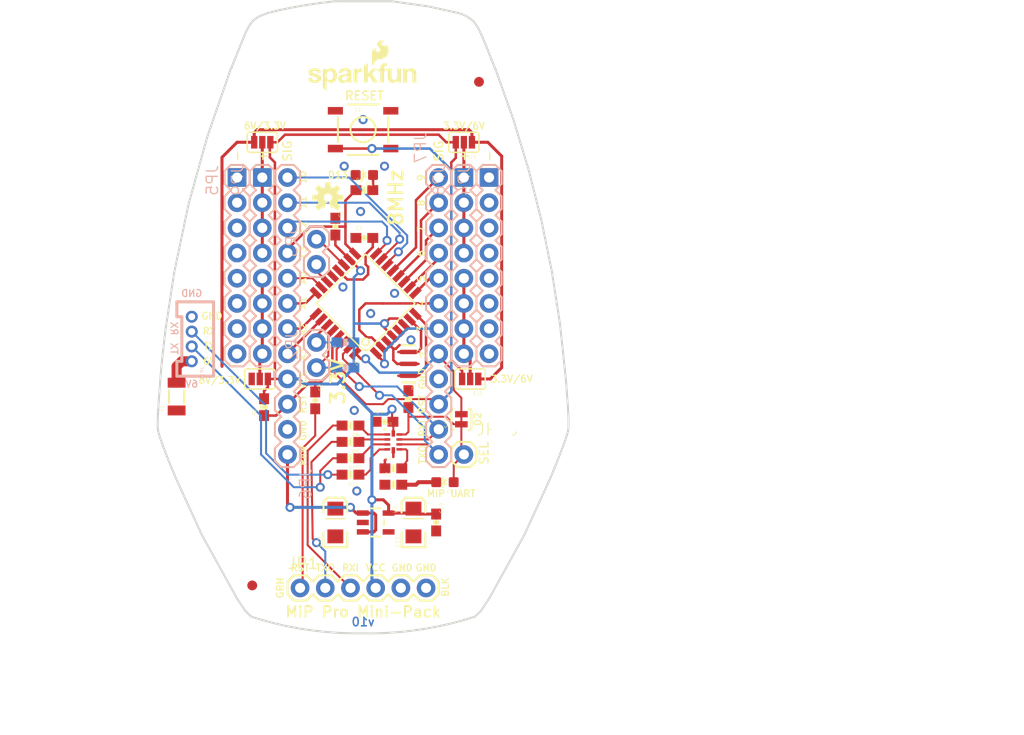
<source format=kicad_pcb>
(kicad_pcb (version 20211014) (generator pcbnew)
  (layers (0 "F.Cu" signal) (1 "In1.Cu" signal) (2 "In2.Cu" signal) (31 "B.Cu" signal) (34 "B.Paste" user) (35 "F.Paste" user) (36 "B.SilkS" user "B.Silkscreen") (37 "F.SilkS" user "F.Silkscreen") (38 "B.Mask" user) (39 "F.Mask" user) (44 "Edge.Cuts" user))
  (net 0 "")
  (net 1 "GND")
  (net 2 "AREF")
  (net 3 "RESET")
  (net 4 "SCK")
  (net 5 "MISO")
  (net 6 "MOSI")
  (net 7 "N$7")
  (net 8 "TXO")
  (net 9 "VCC")
  (net 10 "D9")
  (net 11 "D8")
  (net 12 "A5")
  (net 13 "A4")
  (net 14 "A3")
  (net 15 "A2")
  (net 16 "A1")
  (net 17 "A0")
  (net 18 "D2")
  (net 19 "D3")
  (net 20 "D4")
  (net 21 "D5")
  (net 22 "D6")
  (net 23 "D7")
  (net 24 "D10")
  (net 25 "N$1")
  (net 26 "N$4")
  (net 27 "DTR")
  (net 28 "RXI")
  (net 29 "A6")
  (net 30 "A7")
  (net 31 "N$5")
  (net 32 "N$2")
  (net 33 "N$3")
  (net 34 "N$6")
  (net 35 "VIN")
  (net 36 "SELECT")
  (net 37 "N$8")
  (net 38 "N$12")
  (net 39 "TXO_PROG")
  (net 40 "RXI_PROG")
  (net 41 "N$11")
  (net 42 "N$13")
  (net 43 "N$9")
  (net 44 "N$10")
  (net 45 "RXI_MIP")
  (net 46 "TXO_MIP")
  (net 47 "N$17")
  (footprint "boardEagle:TACTILE-SWITCH-SMD" (layer "F.Cu") (at 148.5001 86.0726)
    (fp_text reference "S1")
    (fp_text value "Reset")
  )
  (footprint "boardEagle:0603-RES" (layer "F.Cu") (at 147.2301 119.2196 180)
    (fp_text reference "R10")
    (fp_text value "1K")
  )
  (footprint "boardEagle:0603-RES" (layer "F.Cu") (at 138.5179 114.0634 90)
    (fp_text reference "R2")
    (fp_text value "10K")
  )
  (footprint "boardEagle:0603-RES" (layer "F.Cu") (at 151.5481 120.2356)
    (fp_text reference "R4")
    (fp_text value "10K")
  )
  (footprint "boardEagle:QFN-10-RSE" (layer "F.Cu") (at 151.5481 117.5686)
    (fp_text reference "U3")
    (fp_text value "TS3USB221A")
  )
  (footprint "boardEagle:LED-0603" (layer "F.Cu") (at 148.6271 90.6446 90)
    (fp_text reference "D3")
    (fp_text value "Green")
  )
  (footprint "boardEagle:RESONATOR-SMD" (layer "F.Cu") (at 153.0721 109.6946 -90)
    (fp_text reference "Q1")
    (fp_text value "8MHz")
  )
  (footprint "boardEagle:0603-RES" (layer "F.Cu") (at 147.2301 115.9176 180)
    (fp_text reference "R8")
    (fp_text value "1K")
  )
  (footprint "" (layer "F.Cu") (at 156.2725 77.1318)
    (fp_text reference "@HOLE1" hide)
    (fp_text value "")
  )
  (footprint "boardEagle:OSHW-LOGO-S" (layer "F.Cu") (at 144.9441 92.9306)
    (fp_text reference "LOGO2" hide)
    (fp_text value "OSHW-LOGOS" hide)
  )
  (footprint "boardEagle:EIA3216" (layer "F.Cu") (at 145.7061 125.6966 90)
    (fp_text reference "C19")
    (fp_text value "10uF")
  )
  (footprint "boardEagle:FIDUCIAL-1X2" (layer "F.Cu") (at 137.3241 132.0466)
    (fp_text reference "FID1" hide)
    (fp_text value "FIDUCIAL1X2" hide)
  )
  (footprint "" (layer "F.Cu") (at 132.9807 123.1058)
    (fp_text reference "@HOLE3" hide)
    (fp_text value "")
  )
  (footprint "boardEagle:PAD-JUMPER-3-2OF3_NC_BY_PASTE_YES_SILK_FULL_BOX" (layer "F.Cu") (at 138.0861 111.2186)
    (fp_text reference "SJ1")
    (fp_text value "")
  )
  (footprint "" (layer "F.Cu") (at 148.5001 75.6078)
    (fp_text reference "@HOLE0" hide)
    (fp_text value "")
  )
  (footprint "boardEagle:0603-RES" (layer "F.Cu") (at 153.0721 113.2506 -90)
    (fp_text reference "R5")
    (fp_text value "10K")
  )
  (footprint "" (layer "F.Cu") (at 134.2761 115.435)
    (fp_text reference "@HOLE5" hide)
    (fp_text value "")
  )
  (footprint "boardEagle:SOT23-5" (layer "F.Cu") (at 149.7701 125.6966 -90)
    (fp_text reference "U2")
    (fp_text value "MIC5205")
  )
  (footprint "boardEagle:0603-CAP" (layer "F.Cu") (at 150.6591 115.5366)
    (fp_text reference "C4")
    (fp_text value "0.1uF")
  )
  (footprint "boardEagle:1X01" (layer "F.Cu") (at 158.6601 118.8386)
    (fp_text reference "JP10")
    (fp_text value "M01PTH")
  )
  (footprint "boardEagle:0603-RES" (layer "F.Cu") (at 147.2301 120.8706 180)
    (fp_text reference "R11")
    (fp_text value "1K")
  )
  (footprint "boardEagle:FIDUCIAL-1X2" (layer "F.Cu") (at 160.1841 81.2466)
    (fp_text reference "FID2" hide)
    (fp_text value "FIDUCIAL1X2" hide)
  )
  (footprint "boardEagle:0603-CAP" (layer "F.Cu") (at 148.6271 96.9946)
    (fp_text reference "C1")
    (fp_text value "0.1uF")
  )
  (footprint "boardEagle:PAD-JUMPER-3-2OF3_NC_BY_PASTE_YES_SILK_FULL_BOX" (layer "F.Cu") (at 159.2951 111.2186 180)
    (fp_text reference "SJ2")
    (fp_text value "")
  )
  (footprint "" (layer "F.Cu") (at 162.7749 115.435)
    (fp_text reference "@HOLE2" hide)
    (fp_text value "")
  )
  (footprint "boardEagle:PAD-JUMPER-3-2OF3_NC_BY_PASTE_YES_SILK_FULL_BOX" (layer "F.Cu") (at 158.6601 87.3426 180)
    (fp_text reference "SJ4")
    (fp_text value "")
  )
  (footprint "boardEagle:LED-0603" (layer "F.Cu") (at 156.7551 121.6326 90)
    (fp_text reference "D4")
    (fp_text value "GREEN")
  )
  (footprint "boardEagle:0603-CAP" (layer "F.Cu") (at 143.6741 113.3776 -90)
    (fp_text reference "C2")
    (fp_text value "0.1uF")
  )
  (footprint "boardEagle:1X06" (layer "F.Cu") (at 142.1501 132.3006)
    (fp_text reference "JP1")
    (fp_text value "FTDI Basic")
  )
  (footprint "boardEagle:TQFP32-08" (layer "F.Cu") (at 148.7541 103.5986 135)
    (fp_text reference "U1")
    (fp_text value "ATMEGA328")
  )
  (footprint "boardEagle:0603-CAP" (layer "F.Cu") (at 155.8661 125.6966 -90)
    (fp_text reference "C10")
    (fp_text value "0.1uF")
  )
  (footprint "boardEagle:0603-RES" (layer "F.Cu") (at 151.5481 121.8866)
    (fp_text reference "R7")
    (fp_text value "1K")
  )
  (footprint "boardEagle:CREATIVE_COMMONS" (layer "F.Cu") (at 132.2187 146.6516)
    (fp_text reference "FRAME1" hide)
    (fp_text value "FRAME-LETTER" hide)
  )
  (footprint "boardEagle:PTC-1206" (layer "F.Cu") (at 129.7041 112.9966 90)
    (fp_text reference "F1")
    (fp_text value "PTCSMD")
  )
  (footprint "boardEagle:EIA3216" (layer "F.Cu") (at 153.5801 125.6966 90)
    (fp_text reference "C13")
    (fp_text value "10uF")
  )
  (footprint "boardEagle:SFE_LOGO_NAME_FLAME_.1" (layer "F.Cu") (at 142.5311 82.2626)
    (fp_text reference "LOGO1" hide)
    (fp_text value "SFE_LOGO_NAME_FLAME.1_INCH" hide)
  )
  (footprint "boardEagle:PAD-JUMPER-3-2OF3_NC_BY_PASTE_YES_SILK_FULL_BOX" (layer "F.Cu") (at 138.3401 87.3426)
    (fp_text reference "SJ3")
    (fp_text value "")
  )
  (footprint "boardEagle:0603-CAP" (layer "F.Cu") (at 145.7061 95.8516 -90)
    (fp_text reference "C3")
    (fp_text value "0.1uF")
  )
  (footprint "boardEagle:PAD-JUMPER-2-NC_BY_TRACE_YES_SILK" (layer "F.Cu") (at 158.4061 115.2826 90)
    (fp_text reference "SJ5")
    (fp_text value "D2 Jumper")
  )
  (footprint "boardEagle:0603-RES" (layer "F.Cu") (at 148.6271 92.1686)
    (fp_text reference "R6")
    (fp_text value "330")
  )
  (footprint "boardEagle:0603-RES" (layer "F.Cu") (at 147.2301 117.5686 180)
    (fp_text reference "R9")
    (fp_text value "1K")
  )
  (footprint "" (layer "F.Cu") (at 164.0195 123.1058)
    (fp_text reference "@HOLE4" hide)
    (fp_text value "")
  )
  (footprint "boardEagle:1X08" (layer "B.Cu") (at 161.2001 90.8986 -90)
    (fp_text reference "JP4")
    (fp_text value "")
  )
  (footprint "boardEagle:1X04-1.5MM_JST" (layer "B.Cu") (at 131.2281 109.4406 90)
    (fp_text reference "JP11")
    (fp_text value "")
  )
  (footprint "boardEagle:1X12" (layer "B.Cu") (at 140.8801 118.8386 90)
    (fp_text reference "JP6")
    (fp_text value "")
  )
  (footprint "boardEagle:1X08" (layer "B.Cu") (at 135.8001 90.8986 -90)
    (fp_text reference "JP5")
    (fp_text value "")
  )
  (footprint "boardEagle:0603-RES" (layer "B.Cu") (at 146.7221 110.0756)
    (fp_text reference "R3")
    (fp_text value "DNP")
  )
  (footprint "boardEagle:1X12" (layer "B.Cu") (at 156.1201 90.8986 -90)
    (fp_text reference "JP7")
    (fp_text value "")
  )
  (footprint "boardEagle:0603-RES" (layer "B.Cu") (at 146.7221 107.5356)
    (fp_text reference "R1")
    (fp_text value "DNP")
  )
  (footprint "boardEagle:1X02" (layer "B.Cu") (at 143.8011 97.1216 -90)
    (fp_text reference "JP3")
    (fp_text value "")
  )
  (footprint "boardEagle:1X08" (layer "B.Cu") (at 158.6601 90.8986 -90)
    (fp_text reference "JP8")
    (fp_text value "")
  )
  (footprint "boardEagle:1X08" (layer "B.Cu") (at 138.3401 90.8986 -90)
    (fp_text reference "JP9")
    (fp_text value "")
  )
  (footprint "boardEagle:1X02" (layer "B.Cu") (at 143.8011 107.5356 -90)
    (fp_text reference "JP2")
    (fp_text value "")
  )
  (gr_line (start 145.6311 136.8086) (end 146.3511 136.8486) (layer "Edge.Cuts") (width 0.2032))
  (gr_line (start 169.0511 116.8586) (end 169.1811 116.3886) (layer "Edge.Cuts") (width 0.2032))
  (gr_line (start 164.7511 126.9586) (end 167.3811 121.2186) (layer "Edge.Cuts") (width 0.2032))
  (gr_line (start 168.9111 110.9486) (end 168.3511 105.6786) (layer "Edge.Cuts") (width 0.2032))
  (gr_line (start 127.8011 116.1786) (end 127.8211 116.4186) (layer "Edge.Cuts") (width 0.2032))
  (gr_line (start 128.1011 110.7486) (end 128.0711 111.0986) (layer "Edge.Cuts") (width 0.2032))
  (gr_line (start 127.9911 117.0186) (end 128.3411 118.0186) (layer "Edge.Cuts") (width 0.2032))
  (gr_line (start 136.8211 75.9486) (end 136.5311 76.5886) (layer "Edge.Cuts") (width 0.2032))
  (gr_line (start 135.2511 79.7886) (end 135.2411 79.7986) (layer "Edge.Cuts") (width 0.2032))
  (gr_line (start 169.2111 115.5286) (end 169.1911 114.7786) (layer "Edge.Cuts") (width 0.2032))
  (gr_line (start 161.7911 79.8786) (end 161.7811 79.8586) (layer "Edge.Cuts") (width 0.2032))
  (gr_line (start 136.5311 76.5886) (end 135.2511 79.7686) (layer "Edge.Cuts") (width 0.2032))
  (gr_line (start 161.8511 79.9886) (end 161.8411 79.9786) (layer "Edge.Cuts") (width 0.2032))
  (gr_line (start 149.9411 136.8786) (end 150.6511 136.8486) (layer "Edge.Cuts") (width 0.2032))
  (gr_line (start 144.1111 73.2986) (end 142.6511 73.5186) (layer "Edge.Cuts") (width 0.2032))
  (gr_line (start 161.7611 79.7986) (end 161.7511 79.7886) (layer "Edge.Cuts") (width 0.2032))
  (gr_line (start 161.8011 79.8886) (end 161.7911 79.8786) (layer "Edge.Cuts") (width 0.2032))
  (gr_line (start 157.7411 135.7886) (end 158.4411 135.5986) (layer "Edge.Cuts") (width 0.2032))
  (gr_line (start 168.7011 117.8886) (end 168.9011 117.3186) (layer "Edge.Cuts") (width 0.2032))
  (gr_line (start 166.4811 95.2386) (end 165.1811 90.0986) (layer "Edge.Cuts") (width 0.2032))
  (gr_line (start 158.5711 74.4586) (end 158.1211 74.3086) (layer "Edge.Cuts") (width 0.2032))
  (gr_line (start 128.5611 106.4186) (end 128.2611 109.0386) (layer "Edge.Cuts") (width 0.2032))
  (gr_line (start 135.2511 79.7686) (end 135.2511 79.7886) (layer "Edge.Cuts") (width 0.2032))
  (gr_line (start 169.0211 112.2686) (end 168.9711 111.6286) (layer "Edge.Cuts") (width 0.2032))
  (gr_line (start 158.1211 74.3086) (end 155.0711 73.6386) (layer "Edge.Cuts") (width 0.2032))
  (gr_line (start 128.2611 109.0386) (end 128.2311 109.3786) (layer "Edge.Cuts") (width 0.2032))
  (gr_line (start 168.9711 111.6286) (end 168.9111 110.9486) (layer "Edge.Cuts") (width 0.2032))
  (gr_line (start 128.0711 111.0986) (end 127.9211 113.1486) (layer "Edge.Cuts") (width 0.2032))
  (gr_line (start 141.3611 136.2586) (end 142.0611 136.3886) (layer "Edge.Cuts") (width 0.2032))
  (gr_line (start 135.2211 79.8486) (end 135.2111 79.8586) (layer "Edge.Cuts") (width 0.2032))
  (gr_line (start 135.1511 79.9886) (end 135.1411 80.0086) (layer "Edge.Cuts") (width 0.2032))
  (gr_line (start 159.8111 135.1786) (end 160.3911 134.5986) (layer "Edge.Cuts") (width 0.2032))
  (gr_line (start 137.1911 135.1786) (end 137.8711 135.3986) (layer "Edge.Cuts") (width 0.2032))
  (gr_line (start 143.4811 136.5986) (end 144.2011 136.6786) (layer "Edge.Cuts") (width 0.2032))
  (gr_line (start 156.3511 136.1186) (end 157.0511 135.9586) (layer "Edge.Cuts") (width 0.2032))
  (gr_line (start 147.7811 136.8886) (end 148.5011 136.8786) (layer "Edge.Cuts") (width 0.2032))
  (gr_line (start 128.8811 119.4186) (end 129.6211 121.2186) (layer "Edge.Cuts") (width 0.2032))
  (gr_line (start 168.3511 118.8086) (end 168.7011 117.8886) (layer "Edge.Cuts") (width 0.2032))
  (gr_line (start 152.8011 136.6886) (end 153.5111 136.5986) (layer "Edge.Cuts") (width 0.2032))
  (gr_line (start 169.1811 116.3886) (end 169.2111 116.0486) (layer "Edge.Cuts") (width 0.2032))
  (gr_line (start 141.2911 73.7586) (end 140.0411 74.0186) (layer "Edge.Cuts") (width 0.2032))
  (gr_line (start 140.6511 136.1186) (end 141.3611 136.2586) (layer "Edge.Cuts") (width 0.2032))
  (gr_line (start 147.0611 136.8686) (end 147.7811 136.8886) (layer "Edge.Cuts") (width 0.2032))
  (gr_line (start 150.6511 136.8486) (end 151.3711 136.8086) (layer "Edge.Cuts") (width 0.2032))
  (gr_line (start 135.2311 79.8286) (end 135.2211 79.8486) (layer "Edge.Cuts") (width 0.2032))
  (gr_line (start 160.0311 75.6886) (end 159.6211 75.1186) (layer "Edge.Cuts") (width 0.2032))
  (gr_line (start 135.8011 133.3786) (end 136.6111 134.5986) (layer "Edge.Cuts") (width 0.2032))
  (gr_line (start 127.7911 115.8086) (end 127.8011 116.1786) (layer "Edge.Cuts") (width 0.2032))
  (gr_line (start 160.4711 76.5886) (end 160.0311 75.6886) (layer "Edge.Cuts") (width 0.2032))
  (gr_line (start 140.0411 74.0186) (end 138.8811 74.3086) (layer "Edge.Cuts") (width 0.2032))
  (gr_line (start 128.1611 110.0686) (end 128.1011 110.7486) (layer "Edge.Cuts") (width 0.2032))
  (gr_line (start 142.6511 73.5186) (end 141.2911 73.7586) (layer "Edge.Cuts") (width 0.2032))
  (gr_line (start 144.9111 136.7486) (end 145.6311 136.8086) (layer "Edge.Cuts") (width 0.2032))
  (gr_line (start 136.6111 134.5986) (end 137.1911 135.1786) (layer "Edge.Cuts") (width 0.2032))
  (gr_line (start 161.2011 133.3786) (end 164.7511 126.9586) (layer "Edge.Cuts") (width 0.2032))
  (gr_line (start 159.1311 135.3986) (end 159.8111 135.1786) (layer "Edge.Cuts") (width 0.2032))
  (gr_line (start 161.8111 79.9086) (end 161.8011 79.8886) (layer "Edge.Cuts") (width 0.2032))
  (gr_line (start 169.1611 114.3686) (end 169.1411 113.9086) (layer "Edge.Cuts") (width 0.2032))
  (gr_line (start 142.0611 136.3886) (end 142.7711 136.4986) (layer "Edge.Cuts") (width 0.2032))
  (gr_line (start 135.1911 79.9086) (end 135.1911 79.9186) (layer "Edge.Cuts") (width 0.2032))
  (gr_line (start 127.8211 114.7186) (end 127.7911 115.8086) (layer "Edge.Cuts") (width 0.2032))
  (gr_line (start 168.9011 117.3186) (end 169.0511 116.8586) (layer "Edge.Cuts") (width 0.2032))
  (gr_line (start 137.8711 135.3986) (end 138.5611 135.5986) (layer "Edge.Cuts") (width 0.2032))
  (gr_line (start 135.2411 79.7986) (end 135.2311 79.8186) (layer "Edge.Cuts") (width 0.2032))
  (gr_line (start 132.8111 86.7386) (end 130.9111 93.5686) (layer "Edge.Cuts") (width 0.2032))
  (gr_line (start 161.7511 79.7886) (end 161.7511 79.7686) (layer "Edge.Cuts") (width 0.2032))
  (gr_line (start 163.6411 85.0186) (end 161.8611 80.0086) (layer "Edge.Cuts") (width 0.2032))
  (gr_line (start 161.1211 78.1686) (end 160.8011 77.3786) (layer "Edge.Cuts") (width 0.2032))
  (gr_line (start 129.6211 121.2186) (end 132.2511 126.9586) (layer "Edge.Cuts") (width 0.2032))
  (gr_line (start 135.2111 79.8786) (end 135.2011 79.8886) (layer "Edge.Cuts") (width 0.2032))
  (gr_line (start 135.1711 79.9486) (end 135.1611 79.9586) (layer "Edge.Cuts") (width 0.2032))
  (gr_line (start 155.6411 136.2586) (end 156.3511 136.1186) (layer "Edge.Cuts") (width 0.2032))
  (gr_line (start 130.9111 93.5686) (end 129.4511 100.5086) (layer "Edge.Cuts") (width 0.2032))
  (gr_line (start 154.9411 136.3886) (end 155.6411 136.2586) (layer "Edge.Cuts") (width 0.2032))
  (gr_line (start 161.8111 79.9186) (end 161.8111 79.9086) (layer "Edge.Cuts") (width 0.2032))
  (gr_line (start 168.3511 105.6786) (end 167.5411 100.4386) (layer "Edge.Cuts") (width 0.2032))
  (gr_line (start 169.1411 113.9086) (end 169.1011 113.4086) (layer "Edge.Cuts") (width 0.2032))
  (gr_line (start 161.8611 80.0086) (end 161.8511 79.9886) (layer "Edge.Cuts") (width 0.2032))
  (gr_line (start 127.9211 113.1486) (end 127.8211 114.7186) (layer "Edge.Cuts") (width 0.2032))
  (gr_line (start 161.7811 79.8486) (end 161.7711 79.8286) (layer "Edge.Cuts") (width 0.2032))
  (gr_line (start 135.1611 79.9586) (end 135.1511 79.9786) (layer "Edge.Cuts") (width 0.2032))
  (gr_line (start 161.7711 79.8186) (end 161.7611 79.7986) (layer "Edge.Cuts") (width 0.2032))
  (gr_line (start 161.8311 79.9486) (end 161.8211 79.9286) (layer "Edge.Cuts") (width 0.2032))
  (gr_line (start 161.7511 79.7686) (end 161.4311 78.9686) (layer "Edge.Cuts") (width 0.2032))
  (gr_line (start 138.5611 135.5986) (end 139.2611 135.7886) (layer "Edge.Cuts") (width 0.2032))
  (gr_line (start 160.3911 134.5986) (end 161.2011 133.3786) (layer "Edge.Cuts") (width 0.2032))
  (gr_line (start 135.2011 79.8886) (end 135.1911 79.9086) (layer "Edge.Cuts") (width 0.2032))
  (gr_line (start 167.3811 121.2186) (end 167.9111 119.9186) (layer "Edge.Cuts") (width 0.2032))
  (gr_line (start 138.0311 74.6386) (end 137.6811 74.8586) (layer "Edge.Cuts") (width 0.2032))
  (gr_line (start 137.1111 75.4586) (end 136.8211 75.9486) (layer "Edge.Cuts") (width 0.2032))
  (gr_line (start 158.9711 74.6486) (end 158.5711 74.4586) (layer "Edge.Cuts") (width 0.2032))
  (gr_line (start 161.8211 79.9286) (end 161.8111 79.9186) (layer "Edge.Cuts") (width 0.2032))
  (gr_line (start 169.2111 116.0486) (end 169.2111 115.5286) (layer "Edge.Cuts") (width 0.2032))
  (gr_line (start 161.7711 79.8286) (end 161.7711 79.8186) (layer "Edge.Cuts") (width 0.2032))
  (gr_line (start 154.2311 136.4986) (end 154.9411 136.3886) (layer "Edge.Cuts") (width 0.2032))
  (gr_line (start 139.9511 135.9586) (end 140.6511 136.1186) (layer "Edge.Cuts") (width 0.2032))
  (gr_line (start 167.9111 119.9186) (end 168.3511 118.8086) (layer "Edge.Cuts") (width 0.2032))
  (gr_line (start 138.8811 74.3086) (end 138.0311 74.6386) (layer "Edge.Cuts") (width 0.2032))
  (gr_line (start 161.8411 79.9786) (end 161.8411 79.9586) (layer "Edge.Cuts") (width 0.2032))
  (gr_line (start 158.4411 135.5986) (end 159.1311 135.3986) (layer "Edge.Cuts") (width 0.2032))
  (gr_line (start 165.1811 90.0986) (end 163.6411 85.0186) (layer "Edge.Cuts") (width 0.2032))
  (gr_line (start 129.4511 100.5086) (end 128.5611 106.4186) (layer "Edge.Cuts") (width 0.2032))
  (gr_line (start 157.0511 135.9586) (end 157.7411 135.7886) (layer "Edge.Cuts") (width 0.2032))
  (gr_line (start 137.3911 75.1086) (end 137.1111 75.4586) (layer "Edge.Cuts") (width 0.2032))
  (gr_line (start 135.2311 79.8186) (end 135.2311 79.8286) (layer "Edge.Cuts") (width 0.2032))
  (gr_line (start 132.2511 126.9586) (end 135.8011 133.3786) (layer "Edge.Cuts") (width 0.2032))
  (gr_line (start 128.3411 118.0186) (end 128.8811 119.4186) (layer "Edge.Cuts") (width 0.2032))
  (gr_line (start 128.1911 109.7186) (end 128.1611 110.0686) (layer "Edge.Cuts") (width 0.2032))
  (gr_line (start 161.8411 79.9586) (end 161.8311 79.9486) (layer "Edge.Cuts") (width 0.2032))
  (gr_line (start 127.8211 116.4186) (end 127.9911 117.0186) (layer "Edge.Cuts") (width 0.2032))
  (gr_line (start 155.0711 73.6386) (end 151.3911 73.1186) (layer "Edge.Cuts") (width 0.2032))
  (gr_line (start 135.1811 79.9286) (end 135.1711 79.9486) (layer "Edge.Cuts") (width 0.2032))
  (gr_line (start 169.0611 112.8586) (end 169.0211 112.2686) (layer "Edge.Cuts") (width 0.2032))
  (gr_line (start 167.5411 100.4386) (end 166.4811 95.2386) (layer "Edge.Cuts") (width 0.2032))
  (gr_line (start 135.1511 79.9786) (end 135.1511 79.9886) (layer "Edge.Cuts") (width 0.2032))
  (gr_line (start 161.7811 79.8586) (end 161.7811 79.8486) (layer "Edge.Cuts") (width 0.2032))
  (gr_line (start 148.5011 136.8786) (end 149.2211 136.8886) (layer "Edge.Cuts") (width 0.2032))
  (gr_line (start 128.2311 109.3786) (end 128.1911 109.7186) (layer "Edge.Cuts") (width 0.2032))
  (gr_line (start 135.1911 79.9186) (end 135.1811 79.9286) (layer "Edge.Cuts") (width 0.2032))
  (gr_line (start 159.6211 75.1186) (end 158.9711 74.6486) (layer "Edge.Cuts") (width 0.2032))
  (gr_line (start 139.2611 135.7886) (end 139.9511 135.9586) (layer "Edge.Cuts") (width 0.2032))
  (gr_line (start 146.3511 136.8486) (end 147.0611 136.8686) (layer "Edge.Cuts") (width 0.2032))
  (gr_line (start 137.6811 74.8586) (end 137.3911 75.1086) (layer "Edge.Cuts") (width 0.2032))
  (gr_line (start 135.1411 80.0086) (end 132.8111 86.7386) (layer "Edge.Cuts") (width 0.2032))
  (gr_line (start 169.1911 114.7786) (end 169.1611 114.3686) (layer "Edge.Cuts") (width 0.2032))
  (gr_line (start 161.4311 78.9686) (end 161.1211 78.1686) (layer "Edge.Cuts") (width 0.2032))
  (gr_line (start 145.6611 73.1186) (end 144.1111 73.2986) (layer "Edge.Cuts") (width 0.2032))
  (gr_line (start 160.8011 77.3786) (end 160.4711 76.5886) (layer "Edge.Cuts") (width 0.2032))
  (gr_line (start 142.7711 136.4986) (end 143.4811 136.5986) (layer "Edge.Cuts") (width 0.2032))
  (gr_line (start 153.5111 136.5986) (end 154.2311 136.4986) (layer "Edge.Cuts") (width 0.2032))
  (gr_line (start 151.3711 136.8086) (end 152.0911 136.7586) (layer "Edge.Cuts") (width 0.2032))
  (gr_line (start 149.2211 136.8886) (end 149.9411 136.8786) (layer "Edge.Cuts") (width 0.2032))
  (gr_line (start 135.2111 79.8586) (end 135.2111 79.8786) (layer "Edge.Cuts") (width 0.2032))
  (gr_line (start 144.2011 136.6786) (end 144.9111 136.7486) (layer "Edge.Cuts") (width 0.2032))
  (gr_line (start 152.0911 136.7586) (end 152.8011 136.6886) (layer "Edge.Cuts") (width 0.2032))
  (gr_line (start 169.1011 113.4086) (end 169.0611 112.8586) (layer "Edge.Cuts") (width 0.2032))
  (gr_line (start 151.3911 73.1186) (end 145.6611 73.1186) (layer "Edge.Cuts") (width 0.2032))
  (gr_text "v10" (at 148.5001 135.7296) (layer "B.Cu") (effects (font (size 0.8636 0.8636) (thickness 0.1524)) (justify mirror)))
  (gr_text "6V" (at 131.2281 111.7266) (layer "B.SilkS") (effects (font (size 0.69088 0.69088) (thickness 0.12192)) (justify mirror)))
  (gr_text "TX" (at 129.4501 108.1706 -90) (layer "B.SilkS") (effects (font (size 0.69088 0.69088) (thickness 0.12192)) (justify mirror)))
  (gr_text "GND" (at 131.2281 102.5826) (layer "B.SilkS") (effects (font (size 0.69088 0.69088) (thickness 0.12192)) (justify mirror)))
  (gr_text "RX" (at 129.4501 106.1386 -90) (layer "B.SilkS") (effects (font (size 0.69088 0.69088) (thickness 0.12192)) (justify mirror)))
  (gr_text "VCC" (at 149.7701 130.2686) (layer "F.SilkS") (effects (font (size 0.69088 0.69088) (thickness 0.12192))))
  (gr_text "A1" (at 142.0231 102.8366 90) (layer "F.SilkS") (effects (font (size 0.69088 0.69088) (thickness 0.12192)) (justify right top)))
  (gr_text "TXO" (at 144.6901 130.2686) (layer "F.SilkS") (effects (font (size 0.69088 0.69088) (thickness 0.12192))))
  (gr_text "RXI" (at 154.0881 115.2826 90) (layer "F.SilkS") (effects (font (size 0.69088 0.69088) (thickness 0.12192)) (justify right top)))
  (gr_text "7" (at 153.9611 95.7246 90) (layer "F.SilkS") (effects (font (size 0.69088 0.69088) (thickness 0.12192)) (justify right top)))
  (gr_text "6V" (at 133.0061 109.4406) (layer "F.SilkS") (effects (font (size 0.69088 0.69088) (thickness 0.12192))))
  (gr_text "GND" (at 152.4371 130.2686) (layer "F.SilkS") (effects (font (size 0.69088 0.69088) (thickness 0.12192))))
  (gr_text "RXI" (at 147.2301 130.2686) (layer "F.SilkS") (effects (font (size 0.69088 0.69088) (thickness 0.12192))))
  (gr_text "RX" (at 133.0061 106.3926) (layer "F.SilkS") (effects (font (size 0.69088 0.69088) (thickness 0.12192))))
  (gr_text "SIG" (at 140.8801 89.3746 90) (layer "F.SilkS") (effects (font (size 0.87376 0.87376) (thickness 0.14224)) (justify left)))
  (gr_text "10" (at 142.0231 90.1366 90) (layer "F.SilkS") (effects (font (size 0.69088 0.69088) (thickness 0.12192)) (justify right top)))
  (gr_text "GND" (at 142.0231 115.2826 90) (layer "F.SilkS") (effects (font (size 0.69088 0.69088) (thickness 0.12192)) (justify right top)))
  (gr_text "2" (at 154.2405 108.4246 90) (layer "F.SilkS") (effects (font (size 0.69088 0.69088) (thickness 0.12192)) (justify right top)))
  (gr_text "3.3V/6V" (at 163.4861 111.2186) (layer "F.SilkS") (effects (font (size 0.69088 0.69088) (thickness 0.12192))))
  (gr_text "SIG" (at 156.1201 89.3746 90) (layer "F.SilkS") (effects (font (size 0.87376 0.87376) (thickness 0.14224)) (justify left)))
  (gr_text "VCC" (at 142.0231 110.2026 90) (layer "F.SilkS") (effects (font (size 0.69088 0.69088) (thickness 0.12192)) (justify right top)))
  (gr_text "MiP UART" (at 157.3901 122.7756) (layer "F.SilkS") (effects (font (size 0.69088 0.69088) (thickness 0.12192))))
  (gr_text "GRN" (at 139.7371 131.1576 90) (layer "F.SilkS") (effects (font (size 0.69088 0.69088) (thickness 0.12192)) (justify right top)))
  (gr_text "D13" (at 145.9601 90.6446) (layer "F.SilkS") (effects (font (size 0.69088 0.69088) (thickness 0.12192))))
  (gr_text "TXO" (at 154.0881 117.8226 90) (layer "F.SilkS") (effects (font (size 0.69088 0.69088) (thickness 0.12192)) (justify right top)))
  (gr_text "3.3V/6V" (at 158.6601 85.6916) (layer "F.SilkS") (effects (font (size 0.69088 0.69088) (thickness 0.12192))))
  (gr_text "6" (at 153.9611 98.1376 90) (layer "F.SilkS") (effects (font (size 0.69088 0.69088) (thickness 0.12192)) (justify right top)))
  (gr_text "RAW" (at 142.0231 117.8226 90) (layer "F.SilkS") (effects (font (size 0.69088 0.69088) (thickness 0.12192)) (justify right top)))
  (gr_text "BLK" (at 156.3741 131.1576 90) (layer "F.SilkS") (effects (font (size 0.69088 0.69088) (thickness 0.12192)) (justify right top)))
  (gr_text "9" (at 153.9611 90.5176 90) (layer "F.SilkS") (effects (font (size 0.69088 0.69088) (thickness 0.12192)) (justify right top)))
  (gr_text "RST" (at 154.0881 112.7426 90) (layer "F.SilkS") (effects (font (size 0.69088 0.69088) (thickness 0.12192)) (justify right top)))
  (gr_text "4" (at 153.9611 103.2176 90) (layer "F.SilkS") (effects (font (size 0.69088 0.69088) (thickness 0.12192)) (justify right top)))
  (gr_text "TX" (at 133.0061 107.9166) (layer "F.SilkS") (effects (font (size 0.69088 0.69088) (thickness 0.12192))))
  (gr_text "-" (at 135.8001 89.3746 90) (layer "F.SilkS") (effects (font (size 0.87376 0.87376) (thickness 0.14224)) (justify left)))
  (gr_text "GND" (at 154.8501 130.2686) (layer "F.SilkS") (effects (font (size 0.69088 0.69088) (thickness 0.12192))))
  (gr_text "6V/3.3V" (at 138.5941 85.6916) (layer "F.SilkS") (effects (font (size 0.69088 0.69088) (thickness 0.12192))))
  (gr_text "A3" (at 142.0231 108.0436 90) (layer "F.SilkS") (effects (font (size 0.69088 0.69088) (thickness 0.12192)) (justify right top)))
  (gr_text "RST" (at 142.0231 112.7426 90) (layer "F.SilkS") (effects (font (size 0.69088 0.69088) (thickness 0.12192)) (justify right top)))
  (gr_text "13" (at 142.0231 97.7566 90) (layer "F.SilkS") (effects (font (size 0.69088 0.69088) (thickness 0.12192)) (justify right top)))
  (gr_text "RESET" (at 148.6271 82.6436) (layer "F.SilkS") (effects (font (size 0.8636 0.8636) (thickness 0.1524))))
  (gr_text "GND" (at 133.2601 104.8686) (layer "F.SilkS") (effects (font (size 0.69088 0.69088) (thickness 0.12192))))
  (gr_text "5" (at 153.9611 100.6776 90) (layer "F.SilkS") (effects (font (size 0.69088 0.69088) (thickness 0.12192)) (justify right top)))
  (gr_text "SEL" (at 160.6921 118.7116 90) (layer "F.SilkS") (effects (font (size 0.8636 0.8636) (thickness 0.1524))))
  (gr_text "A2" (at 142.0231 105.5036 90) (layer "F.SilkS") (effects (font (size 0.69088 0.69088) (thickness 0.12192)) (justify right top)))
  (gr_text "3.3V" (at 145.9601 111.4726 90) (layer "F.SilkS") (effects (font (size 1.42494 1.42494) (thickness 0.25146))))
  (gr_text "12" (at 142.0231 95.2166 90) (layer "F.SilkS") (effects (font (size 0.69088 0.69088) (thickness 0.12192)) (justify right top)))
  (gr_text "GND" (at 154.0881 110.0756 90) (layer "F.SilkS") (effects (font (size 0.69088 0.69088) (thickness 0.12192)) (justify right top)))
  (gr_text "11" (at 142.0231 92.6766 90) (layer "F.SilkS") (effects (font (size 0.69088 0.69088) (thickness 0.12192)) (justify right top)))
  (gr_text "A0" (at 142.0231 100.2966 90) (layer "F.SilkS") (effects (font (size 0.69088 0.69088) (thickness 0.12192)) (justify right top)))
  (gr_text "RST" (at 142.1501 130.2686) (layer "F.SilkS") (effects (font (size 0.69088 0.69088) (thickness 0.12192))))
  (gr_text "+" (at 158.6601 89.3746 90) (layer "F.SilkS") (effects (font (size 0.87376 0.87376) (thickness 0.14224)) (justify left)))
  (gr_text "3" (at 153.9103 105.7576 90) (layer "F.SilkS") (effects (font (size 0.69088 0.69088) (thickness 0.12192)) (justify right top)))
  (gr_text "8" (at 153.9611 93.0576 90) (layer "F.SilkS") (effects (font (size 0.69088 0.69088) (thickness 0.12192)) (justify right top)))
  (gr_text "D2" (at 160.0571 115.2826 90) (layer "F.SilkS") (effects (font (size 0.69088 0.69088) (thickness 0.12192))))
  (gr_text "8MHz" (at 151.8021 92.9306 90) (layer "F.SilkS") (effects (font (size 1.42494 1.42494) (thickness 0.25146))))
  (gr_text "+" (at 138.3401 89.3746 90) (layer "F.SilkS") (effects (font (size 0.87376 0.87376) (thickness 0.14224)) (justify left)))
  (gr_text "-" (at 161.2001 89.3746 90) (layer "F.SilkS") (effects (font (size 0.87376 0.87376) (thickness 0.14224)) (justify left)))
  (gr_text "6V/3.3V" (at 134.0221 111.3456) (layer "F.SilkS") (effects (font (size 0.69088 0.69088) (thickness 0.12192))))
  (gr_text "MiP Pro Mini-Pack" (at 148.5001 134.7136) (layer "F.SilkS") (effects (font (size 1.0795 1.0795) (thickness 0.1905))))
  (segment (start 150.940896 107.482457) (end 150.940896 107.563397) (width 0.254) (layer "F.Cu") (net 1))
  (segment (start 150.6981 120.2356) (end 150.6981 119.4346) (width 0.254) (layer "F.Cu") (net 1))
  (segment (start 150.6981 119.4346) (end 150.7861 119.3466) (width 0.254) (layer "F.Cu") (net 1))
  (segment (start 151.9291 109.6946) (end 151.5481 109.3136) (width 0.254) (layer "F.Cu") (net 1))
  (segment (start 151.8021 108.1706) (end 152.1831 107.7896) (width 0.254) (layer "F.Cu") (net 1))
  (segment (start 151.5481 108.1706) (end 151.8021 108.1706) (width 0.254) (layer "F.Cu") (net 1))
  (segment (start 152.0561 109.6946) (end 151.9291 109.6946) (width 0.254) (layer "F.Cu") (net 1))
  (segment (start 150.940896 107.563397) (end 151.5481 108.1706) (width 0.254) (layer "F.Cu") (net 1))
  (segment (start 151.5481 118.4186) (end 151.5481 119.0926) (width 0.254) (layer "F.Cu") (net 1))
  (segment (start 151.5481 109.3136) (end 151.5481 108.1706) (width 0.254) (layer "F.Cu") (net 1))
  (via (at 148.5001 85.0566) (size 0.9144) (drill 0.508) (layers "F.Cu" "B.Cu") (net 1))
  (via (at 148.2461 94.3276) (size 0.9144) (drill 0.508) (layers "F.Cu" "B.Cu") (net 1))
  (via (at 146.5951 89.7556) (size 0.9144) (drill 0.508) (layers "F.Cu" "B.Cu") (net 1))
  (via (at 151.6751 102.5826) (size 0.9144) (drill 0.508) (layers "F.Cu" "B.Cu") (net 1))
  (via (at 147.6111 114.3936) (size 0.9144) (drill 0.508) (layers "F.Cu" "B.Cu") (net 1))
  (via (at 146.4681 101.9476) (size 0.9144) (drill 0.508) (layers "F.Cu" "B.Cu") (net 1))
  (via (at 149.2621 104.6146) (size 0.9144) (drill 0.508) (layers "F.Cu" "B.Cu") (net 1))
  (via (at 147.8651 122.5216) (size 0.9144) (drill 0.508) (layers "F.Cu" "B.Cu") (net 1))
  (via (at 153.3261 107.2816) (size 0.9144) (drill 0.508) (layers "F.Cu" "B.Cu") (net 1))
  (via (at 150.6591 89.7556) (size 0.9144) (drill 0.508) (layers "F.Cu" "B.Cu") (net 1))
  (segment (start 149.4771 97.9226) (end 148.7541 98.6456) (width 0.254) (layer "F.Cu") (net 2))
  (segment (start 148.7541 98.6456) (end 148.7541 99.6616) (width 0.254) (layer "F.Cu") (net 2))
  (segment (start 148.5001 101.1856) (end 146.906784 101.1856) (width 0.254) (layer "F.Cu") (net 2))
  (segment (start 148.7541 99.6616) (end 149.0081 99.9156) (width 0.254) (layer "F.Cu") (net 2))
  (segment (start 146.906784 101.1856) (end 146.001615 100.280432) (width 0.254) (layer "F.Cu") (net 2))
  (segment (start 149.0081 99.9156) (end 149.0081 100.6776) (width 0.254) (layer "F.Cu") (net 2))
  (segment (start 149.0081 100.6776) (end 148.5001 101.1856) (width 0.254) (layer "F.Cu") (net 2))
  (segment (start 145.943928 100.280429) (end 146.001615 100.280432) (width 0.254) (layer "F.Cu") (net 2))
  (segment (start 149.4771 96.9946) (end 149.4771 97.9226) (width 0.254) (layer "F.Cu") (net 2))
  (segment (start 143.6741 112.5276) (end 143.6741 111.5996) (width 0.254) (layer "F.Cu") (net 3))
  (segment (start 145.4013 107.517088) (end 145.4013 110.3804) (width 0.254) (layer "F.Cu") (net 3))
  (segment (start 146.001615 106.916772) (end 145.4013 107.517088) (width 0.254) (layer "F.Cu") (net 3))
  (segment (start 144.1821 111.5996) (end 143.6741 111.5996) (width 0.254) (layer "F.Cu") (net 3))
  (segment (start 150.5321 113.7586) (end 148.7795 113.7586) (width 0.2032) (layer "F.Cu") (net 3))
  (segment (start 143.6741 111.5996) (end 143.0391 111.5996) (width 0.254) (layer "F.Cu") (net 3))
  (segment (start 148.7795 113.7586) (end 145.4013 110.3804) (width 0.2032) (layer "F.Cu") (net 3))
  (segment (start 151.0401 113.2506) (end 150.5321 113.7586) (width 0.2032) (layer "F.Cu") (net 3))
  (segment (start 156.1201 113.7586) (end 155.6121 113.2506) (width 0.2032) (layer "F.Cu") (net 3))
  (segment (start 140.8801 113.7586) (end 139.7253 114.9134) (width 0.254) (layer "F.Cu") (net 3))
  (segment (start 139.7253 114.9134) (end 138.5179 114.9134) (width 0.254) (layer "F.Cu") (net 3))
  (segment (start 145.4013 110.3804) (end 144.1821 111.5996) (width 0.254) (layer "F.Cu") (net 3))
  (segment (start 149.3891 87.9776) (end 151.2941 87.9776) (width 0.254) (layer "F.Cu") (net 3))
  (segment (start 155.6121 113.2506) (end 151.0401 113.2506) (width 0.2032) (layer "F.Cu") (net 3))
  (segment (start 145.7061 87.9776) (end 149.3891 87.9776) (width 0.254) (layer "F.Cu") (net 3))
  (segment (start 143.0391 111.5996) (end 140.8801 113.7586) (width 0.254) (layer "F.Cu") (net 3))
  (via (at 149.3891 87.9776) (size 0.9144) (drill 0.508) (layers "F.Cu" "B.Cu") (net 3))
  (segment (start 157.3901 112.4886) (end 156.1201 113.7586) (width 0.254) (layer "B.Cu") (net 3))
  (segment (start 157.3901 90.1366) (end 157.3901 112.4886) (width 0.254) (layer "B.Cu") (net 3))
  (segment (start 149.3891 87.9776) (end 155.2311 87.9776) (width 0.254) (layer "B.Cu") (net 3))
  (segment (start 155.2311 87.9776) (end 157.3901 90.1366) (width 0.254) (layer "B.Cu") (net 3))
  (segment (start 146.7221 95.8516) (end 146.7221 97.606797) (width 0.254) (layer "F.Cu") (net 4))
  (segment (start 146.7221 97.606797) (end 147.698671 98.583375) (width 0.254) (layer "F.Cu") (net 4))
  (segment (start 140.8801 98.5186) (end 140.8801 98.1376) (width 0.254) (layer "F.Cu") (net 4))
  (segment (start 146.7221 93.2236) (end 146.7221 95.8516) (width 0.254) (layer "F.Cu") (net 4))
  (segment (start 143.1661 95.8516) (end 146.7221 95.8516) (width 0.254) (layer "F.Cu") (net 4))
  (segment (start 147.7771 92.1686) (end 146.7221 93.2236) (width 0.254) (layer "F.Cu") (net 4))
  (segment (start 140.8801 98.1376) (end 143.1661 95.8516) (width 0.254) (layer "F.Cu") (net 4))
  (segment (start 149.6431 98.543944) (end 149.6431 98.5186) (width 0.2032) (layer "F.Cu") (net 5))
  (segment (start 150.9131 97.2486) (end 150.9131 97.4798) (width 0.2032) (layer "F.Cu") (net 5))
  (segment (start 149.809525 98.583375) (end 149.682531 98.583375) (width 0.254) (layer "F.Cu") (net 5))
  (segment (start 149.682531 98.583375) (end 149.6431 98.543944) (width 0.254) (layer "F.Cu") (net 5))
  (segment (start 150.9131 97.4798) (end 149.809525 98.583375) (width 0.2032) (layer "F.Cu") (net 5))
  (via (at 150.9131 97.2486) (size 0.9144) (drill 0.508) (layers "F.Cu" "B.Cu") (net 5))
  (segment (start 150.9131 95.8516) (end 150.4051 95.3436) (width 0.2032) (layer "B.Cu") (net 5))
  (segment (start 141.5151 95.3436) (end 140.8801 95.9786) (width 0.2032) (layer "B.Cu") (net 5))
  (segment (start 150.9131 97.2486) (end 150.9131 95.8516) (width 0.2032) (layer "B.Cu") (net 5))
  (segment (start 150.4051 95.3436) (end 141.5151 95.3436) (width 0.2032) (layer "B.Cu") (net 5))
  (segment (start 152.1831 97.2486) (end 152.1831 97.1216) (width 0.2032) (layer "F.Cu") (net 6))
  (segment (start 150.375215 99.056485) (end 152.1831 97.2486) (width 0.2032) (layer "F.Cu") (net 6))
  (segment (start 150.375215 99.056485) (end 150.375212 99.149063) (width 0.2032) (layer "F.Cu") (net 6))
  (via (at 152.1831 97.1216) (size 0.9144) (drill 0.508) (layers "F.Cu" "B.Cu") (net 6))
  (segment (start 152.1831 96.4866) (end 149.1351 93.4386) (width 0.2032) (layer "B.Cu") (net 6))
  (segment (start 152.1831 97.1216) (end 152.1831 96.4866) (width 0.2032) (layer "B.Cu") (net 6))
  (segment (start 140.8801 93.4386) (end 149.1351 93.4386) (width 0.2032) (layer "B.Cu") (net 6))
  (segment (start 149.5041 92.1416) (end 149.4771 92.1686) (width 0.254) (layer "F.Cu") (net 7))
  (segment (start 149.5041 90.6446) (end 149.5041 92.1416) (width 0.254) (layer "F.Cu") (net 7))
  (segment (start 152.1481 117.8186) (end 155.1001 117.8186) (width 0.2032) (layer "F.Cu") (net 8))
  (segment (start 147.132984 108.048141) (end 146.4681 108.713025) (width 0.2032) (layer "F.Cu") (net 8))
  (segment (start 146.4681 108.713025) (end 146.4681 109.1866) (width 0.2032) (layer "F.Cu") (net 8))
  (segment (start 146.4681 109.1866) (end 150.1511 112.8696) (width 0.2032) (layer "F.Cu") (net 8))
  (segment (start 155.1001 117.8186) (end 156.1201 118.8386) (width 0.2032) (layer "F.Cu") (net 8))
  (via (at 150.1511 112.8696) (size 0.9144) (drill 0.508) (layers "F.Cu" "B.Cu") (net 8))
  (segment (start 151.4211 112.8696) (end 150.1511 112.8696) (width 0.2032) (layer "B.Cu") (net 8))
  (segment (start 156.1201 118.8386) (end 154.7231 117.4416) (width 0.2032) (layer "B.Cu") (net 8))
  (segment (start 154.7231 117.4416) (end 154.7231 116.1716) (width 0.2032) (layer "B.Cu") (net 8))
  (segment (start 154.7231 116.1716) (end 151.4211 112.8696) (width 0.2032) (layer "B.Cu") (net 8))
  (segment (start 151.0702 123.9487) (end 150.5321 123.4106) (width 0.3048) (layer "F.Cu") (net 9))
  (segment (start 158.4823 110.4058) (end 158.4823 111.2186) (width 0.254) (layer "F.Cu") (net 9))
  (segment (start 140.6261 86.5806) (end 156.1201 86.5806) (width 0.254) (layer "F.Cu") (net 9))
  (segment (start 157.3901 109.3136) (end 158.4823 110.4058) (width 0.254) (layer "F.Cu") (net 9))
  (segment (start 151.5091 115.5366) (end 151.4211 115.4486) (width 0.2032) (layer "F.Cu") (net 9))
  (segment (start 145.7061 97.722172) (end 145.7061 96.7016) (width 0.254) (layer "F.Cu") (net 9))
  (segment (start 139.1021 88.8666) (end 139.1021 87.3426) (width 0.254) (layer "F.Cu") (net 9))
  (segment (start 157.8473 87.3426) (end 157.8473 88.9174) (width 0.254) (layer "F.Cu") (net 9))
  (segment (start 151.1671 105.1226) (end 150.6591 105.6306) (width 0.254) (layer "F.Cu") (net 9))
  (segment (start 156.1201 86.5806) (end 156.8821 87.3426) (width 0.254) (layer "F.Cu") (net 9))
  (segment (start 151.975153 105.1226) (end 151.1671 105.1226) (width 0.254) (layer "F.Cu") (net 9))
  (segment (start 152.637953 105.7854) (end 151.975153 105.1226) (width 0.254) (layer "F.Cu") (net 9))
  (segment (start 151.5481 116.7186) (end 151.5481 115.5756) (width 0.2032) (layer "F.Cu") (net 9))
  (segment (start 153.1301 124.7466) (end 153.5801 124.2966) (width 0.3048) (layer "F.Cu") (net 9))
  (segment (start 151.5481 115.5756) (end 151.5091 115.5366) (width 0.2032) (layer "F.Cu") (net 9))
  (segment (start 139.6101 111.2186) (end 140.8801 111.2186) (width 0.254) (layer "F.Cu") (net 9))
  (segment (start 139.1021 88.8666) (end 139.6101 89.3746) (width 0.254) (layer "F.Cu") (net 9))
  (segment (start 151.0702 124.7466) (end 153.1301 124.7466) (width 0.3048) (layer "F.Cu") (net 9))
  (segment (start 147.132984 99.149063) (end 145.7061 97.722172) (width 0.254) (layer "F.Cu") (net 9))
  (segment (start 150.6591 106.069291) (end 150.6591 105.6306) (width 0.254) (layer "F.Cu") (net 9))
  (segment (start 155.8661 124.8466) (end 154.1301 124.8466) (width 0.3048) (layer "F.Cu") (net 9))
  (segment (start 148.2461 100.262172) (end 148.2461 100.2966) (width 0.254) (layer "F.Cu") (net 9))
  (segment (start 154.1301 124.8466) (end 153.5801 124.2966) (width 0.3048) (layer "F.Cu") (net 9))
  (segment (start 150.5321 123.4106) (end 149.3891 123.4106) (width 0.3048) (layer "F.Cu") (net 9))
  (segment (start 157.3901 89.3746) (end 157.3901 109.3136) (width 0.254) (layer "F.Cu") (net 9))
  (segment (start 151.506581 106.916772) (end 150.6591 106.069291) (width 0.254) (layer "F.Cu") (net 9))
  (segment (start 139.1529 87.3426) (end 139.8641 87.3426) (width 0.254) (layer "F.Cu") (net 9))
  (segment (start 138.8989 112.0568) (end 138.5179 112.4378) (width 0.254) (layer "F.Cu") (net 9))
  (segment (start 139.8641 87.3426) (end 140.6261 86.5806) (width 0.254) (layer "F.Cu") (net 9))
  (segment (start 138.5179 112.4378) (end 138.5179 113.2134) (width 0.254) (layer "F.Cu") (net 9))
  (segment (start 151.0702 124.7466) (end 151.0702 123.9487) (width 0.3048) (layer "F.Cu") (net 9))
  (segment (start 151.4211 115.4486) (end 151.4211 114.2666) (width 0.2032) (layer "F.Cu") (net 9))
  (segment (start 139.1529 87.3426) (end 139.1021 87.3426) (width 0.254) (layer "F.Cu") (net 9))
  (segment (start 156.8821 87.3426) (end 157.8473 87.3426) (width 0.254) (layer "F.Cu") (net 9))
  (segment (start 138.8989 111.2186) (end 139.6101 111.2186) (width 0.254) (layer "F.Cu") (net 9))
  (segment (start 139.6101 89.3746) (end 139.6101 111.2186) (width 0.254) (layer "F.Cu") (net 9))
  (segment (start 157.8473 88.9174) (end 157.3901 89.3746) (width 0.254) (layer "F.Cu") (net 9))
  (segment (start 147.132984 99.149063) (end 148.2461 100.262172) (width 0.254) (layer "F.Cu") (net 9))
  (segment (start 138.8989 111.2186) (end 138.8989 112.0568) (width 0.254) (layer "F.Cu") (net 9))
  (via (at 149.3891 123.4106) (size 0.9144) (drill 0.508) (layers "F.Cu" "B.Cu") (net 9))
  (via (at 151.4211 114.2666) (size 0.9144) (drill 0.508) (layers "F.Cu" "B.Cu") (net 9))
  (via (at 150.6591 105.6306) (size 0.9144) (drill 0.508) (layers "F.Cu" "B.Cu") (net 9))
  (via (at 148.2461 100.2966) (size 0.9144) (drill 0.508) (layers "F.Cu" "B.Cu") (net 9))
  (segment (start 147.5721 105.6306) (end 147.5721 100.9706) (width 0.254) (layer "B.Cu") (net 9))
  (segment (start 149.7701 132.3006) (end 149.3891 131.9196) (width 0.3048) (layer "B.Cu") (net 9))
  (segment (start 142.0231 111.2186) (end 140.8801 111.2186) (width 0.3048) (layer "B.Cu") (net 9))
  (segment (start 147.5721 107.5356) (end 147.5721 105.6306) (width 0.254) (layer "B.Cu") (net 9))
  (segment (start 149.3891 131.9196) (end 149.3891 123.4106) (width 0.3048) (layer "B.Cu") (net 9))
  (segment (start 147.5721 110.0756) (end 146.1946 111.4531) (width 0.3048) (layer "B.Cu") (net 9))
  (segment (start 147.5721 110.0756) (end 147.5721 107.5356) (width 0.254) (layer "B.Cu") (net 9))
  (segment (start 142.5311 111.7266) (end 142.0231 111.2186) (width 0.3048) (layer "B.Cu") (net 9))
  (segment (start 149.3891 123.4106) (end 149.3891 114.7746) (width 0.3048) (layer "B.Cu") (net 9))
  (segment (start 145.9211 111.7266) (end 142.5311 111.7266) (width 0.3048) (layer "B.Cu") (net 9))
  (segment (start 149.3891 114.7746) (end 149.3891 114.6476) (width 0.3048) (layer "B.Cu") (net 9))
  (segment (start 149.3891 114.6476) (end 146.1946 111.4531) (width 0.3048) (layer "B.Cu") (net 9))
  (segment (start 147.5721 100.9706) (end 148.2461 100.2966) (width 0.254) (layer "B.Cu") (net 9))
  (segment (start 150.6591 105.6306) (end 147.5721 105.6306) (width 0.254) (layer "B.Cu") (net 9))
  (segment (start 150.9131 114.7746) (end 149.3891 114.7746) (width 0.3048) (layer "B.Cu") (net 9))
  (segment (start 146.1946 111.4531) (end 145.9211 111.7266) (width 0.3048) (layer "B.Cu") (net 9))
  (segment (start 151.4211 114.2666) (end 150.9131 114.7746) (width 0.3048) (layer "B.Cu") (net 9))
  (segment (start 153.8341 97.952913) (end 153.8341 93.1846) (width 0.254) (layer "F.Cu") (net 10))
  (segment (start 153.8341 93.1846) (end 156.1201 90.8986) (width 0.254) (layer "F.Cu") (net 10))
  (segment (start 151.506581 100.280432) (end 153.8341 97.952913) (width 0.254) (layer "F.Cu") (net 10))
  (segment (start 152.072268 100.846119) (end 154.3421 98.576288) (width 0.254) (layer "F.Cu") (net 11))
  (segment (start 154.3421 98.576288) (end 154.3421 95.2166) (width 0.254) (layer "F.Cu") (net 11))
  (segment (start 154.3421 95.2166) (end 156.1201 93.4386) (width 0.254) (layer "F.Cu") (net 11))
  (segment (start 144.9949 108.8818) (end 143.8011 110.0756) (width 0.2032) (layer "F.Cu") (net 12))
  (segment (start 144.9949 106.792113) (end 144.9949 108.8818) (width 0.2032) (layer "F.Cu") (net 12))
  (segment (start 145.435928 106.351085) (end 144.9949 106.792113) (width 0.2032) (layer "F.Cu") (net 12))
  (segment (start 145.8721 110.0756) (end 143.8011 110.0756) (width 0.2032) (layer "B.Cu") (net 12))
  (segment (start 143.8011 106.854544) (end 144.870243 105.7854) (width 0.254) (layer "F.Cu") (net 13))
  (segment (start 143.8011 107.5356) (end 143.8011 106.854544) (width 0.254) (layer "F.Cu") (net 13))
  (segment (start 145.8721 107.5356) (end 143.8011 107.5356) (width 0.2032) (layer "B.Cu") (net 13))
  (segment (start 140.8801 108.644175) (end 140.8801 108.6786) (width 0.254) (layer "F.Cu") (net 14))
  (segment (start 144.304559 105.219716) (end 140.8801 108.644175) (width 0.254) (layer "F.Cu") (net 14))
  (segment (start 142.2543 106.1386) (end 140.8801 106.1386) (width 0.254) (layer "F.Cu") (net 15))
  (segment (start 143.738871 104.654029) (end 142.2543 106.1386) (width 0.254) (layer "F.Cu") (net 15))
  (segment (start 142.683446 103.5986) (end 140.8801 103.5986) (width 0.254) (layer "F.Cu") (net 16))
  (segment (start 143.738871 102.543175) (end 142.683446 103.5986) (width 0.254) (layer "F.Cu") (net 16))
  (segment (start 143.385678 101.0586) (end 140.8801 101.0586) (width 0.2032) (layer "F.Cu") (net 17))
  (segment (start 144.304559 101.977488) (end 143.385678 101.0586) (width 0.2032) (layer "F.Cu") (net 17))
  (segment (start 158.4061 113.1236) (end 158.4061 114.7746) (width 0.2032) (layer "F.Cu") (net 18))
  (segment (start 148.27145 109.1866) (end 148.7541 109.1866) (width 0.254) (layer "F.Cu") (net 18))
  (segment (start 147.698671 108.613829) (end 148.27145 109.1866) (width 0.254) (layer "F.Cu") (net 18))
  (segment (start 156.1201 108.9326) (end 156.1201 108.6786) (width 0.2032) (layer "F.Cu") (net 18))
  (segment (start 157.6441 112.3616) (end 157.6441 110.4566) (width 0.2032) (layer "F.Cu") (net 18))
  (segment (start 157.6441 112.3616) (end 158.4061 113.1236) (width 0.2032) (layer "F.Cu") (net 18))
  (segment (start 157.6441 110.4566) (end 156.1201 108.9326) (width 0.2032) (layer "F.Cu") (net 18))
  (via (at 148.7541 109.1866) (size 0.9144) (drill 0.508) (layers "F.Cu" "B.Cu") (net 18))
  (segment (start 148.7541 109.1866) (end 150.1511 110.5836) (width 0.254) (layer "B.Cu") (net 18))
  (segment (start 154.2151 110.5836) (end 156.1201 108.6786) (width 0.254) (layer "B.Cu") (net 18))
  (segment (start 150.1511 110.5836) (end 154.2151 110.5836) (width 0.254) (layer "B.Cu") (net 18))
  (segment (start 149.809525 108.613829) (end 149.809528 108.718029) (width 0.254) (layer "F.Cu") (net 19))
  (segment (start 149.809528 108.718029) (end 150.6591 109.5676) (width 0.254) (layer "F.Cu") (net 19))
  (segment (start 150.6591 109.5676) (end 150.6591 109.6946) (width 0.254) (layer "F.Cu") (net 19))
  (via (at 150.6591 109.6946) (size 0.9144) (drill 0.508) (layers "F.Cu" "B.Cu") (net 19))
  (segment (start 152.9451 106.1386) (end 156.1201 106.1386) (width 0.254) (layer "B.Cu") (net 19))
  (segment (start 152.9451 106.1386) (end 150.6591 108.4246) (width 0.254) (layer "B.Cu") (net 19))
  (segment (start 150.6591 108.4246) (end 150.6591 109.6946) (width 0.254) (layer "B.Cu") (net 19))
  (segment (start 156.1201 103.5986) (end 150.5321 103.5986) (width 0.254) (layer "F.Cu") (net 20))
  (segment (start 150.5321 103.5986) (end 150.4051 103.5986) (width 0.254) (layer "F.Cu") (net 20))
  (segment (start 148.7541 103.5986) (end 150.4051 103.5986) (width 0.254) (layer "F.Cu") (net 20))
  (segment (start 150.375212 108.048141) (end 149.354671 107.0276) (width 0.254) (layer "F.Cu") (net 20))
  (segment (start 149.354671 107.0276) (end 148.8811 107.0276) (width 0.254) (layer "F.Cu") (net 20))
  (segment (start 148.1191 104.2336) (end 148.7541 103.5986) (width 0.254) (layer "F.Cu") (net 20))
  (segment (start 148.1191 106.2656) (end 148.1191 104.2336) (width 0.254) (layer "F.Cu") (net 20))
  (segment (start 148.8811 107.0276) (end 148.1191 106.2656) (width 0.254) (layer "F.Cu") (net 20))
  (segment (start 155.2539 101.0586) (end 156.1201 101.0586) (width 0.254) (layer "F.Cu") (net 21))
  (segment (start 153.769325 102.543175) (end 155.2539 101.0586) (width 0.254) (layer "F.Cu") (net 21))
  (segment (start 153.203637 101.977488) (end 156.1201 99.061025) (width 0.254) (layer "F.Cu") (net 22))
  (segment (start 156.1201 99.061025) (end 156.1201 98.5186) (width 0.254) (layer "F.Cu") (net 22))
  (segment (start 154.8501 99.199657) (end 154.8501 97.2486) (width 0.254) (layer "F.Cu") (net 23))
  (segment (start 152.637953 101.411804) (end 154.8501 99.199657) (width 0.254) (layer "F.Cu") (net 23))
  (segment (start 154.8501 97.2486) (end 156.1201 95.9786) (width 0.254) (layer "F.Cu") (net 23))
  (segment (start 150.940896 99.714747) (end 150.9409 99.5068) (width 0.2032) (layer "F.Cu") (net 24))
  (segment (start 150.9409 99.5068) (end 152.0561 98.3916) (width 0.2032) (layer "F.Cu") (net 24))
  (via (at 152.0561 98.3916) (size 0.9144) (drill 0.508) (layers "F.Cu" "B.Cu") (net 24))
  (segment (start 152.0561 98.3916) (end 152.9451 97.5026) (width 0.2032) (layer "B.Cu") (net 24))
  (segment (start 152.9451 96.7406) (end 147.1031 90.8986) (width 0.2032) (layer "B.Cu") (net 24))
  (segment (start 152.9451 97.5026) (end 152.9451 96.7406) (width 0.2032) (layer "B.Cu") (net 24))
  (segment (start 147.1031 90.8986) (end 140.8801 90.8986) (width 0.2032) (layer "B.Cu") (net 24))
  (segment (start 154.8501 110.0056) (end 154.8501 105.734797) (width 0.254) (layer "F.Cu") (net 25))
  (segment (start 154.0881 110.8946) (end 154.8501 110.0056) (width 0.254) (layer "F.Cu") (net 25))
  (segment (start 154.8501 105.734797) (end 153.769325 104.654029) (width 0.254) (layer "F.Cu") (net 25))
  (segment (start 154.3421 106.358172) (end 154.3421 108.1136) (width 0.254) (layer "F.Cu") (net 26))
  (segment (start 154.0881 108.4946) (end 154.3421 108.1136) (width 0.254) (layer "F.Cu") (net 26))
  (segment (start 153.203637 105.219716) (end 154.3421 106.358172) (width 0.254) (layer "F.Cu") (net 26))
  (segment (start 142.4041 118.2036) (end 142.4041 132.0466) (width 0.2032) (layer "F.Cu") (net 27))
  (segment (start 143.6741 114.2276) (end 143.6741 116.9336) (width 0.2032) (layer "F.Cu") (net 27))
  (segment (start 143.6741 116.9336) (end 142.4041 118.2036) (width 0.2032) (layer "F.Cu") (net 27))
  (segment (start 142.4041 132.0466) (end 142.1501 132.3006) (width 0.2032) (layer "F.Cu") (net 27))
  (segment (start 145.8331 109.8216) (end 148.1191 111.9806) (width 0.2032) (layer "F.Cu") (net 28))
  (segment (start 146.5673 107.482457) (end 145.8331 108.216657) (width 0.2032) (layer "F.Cu") (net 28))
  (segment (start 152.1481 117.3186) (end 155.1001 117.3186) (width 0.2032) (layer "F.Cu") (net 28))
  (segment (start 145.8331 108.216657) (end 145.8331 109.8216) (width 0.2032) (layer "F.Cu") (net 28))
  (segment (start 155.1001 117.3186) (end 156.1201 116.2986) (width 0.2032) (layer "F.Cu") (net 28))
  (via (at 148.1191 111.9806) (size 0.9144) (drill 0.508) (layers "F.Cu" "B.Cu") (net 28))
  (segment (start 151.9291 111.9806) (end 156.1201 116.2986) (width 0.2032) (layer "B.Cu") (net 28))
  (segment (start 148.1191 111.9806) (end 151.9291 111.9806) (width 0.2032) (layer "B.Cu") (net 28))
  (segment (start 143.974159 97.1216) (end 146.5673 99.714747) (width 0.2032) (layer "F.Cu") (net 29))
  (segment (start 143.8011 97.1216) (end 143.974159 97.1216) (width 0.2032) (layer "F.Cu") (net 29))
  (segment (start 144.870243 101.411804) (end 143.8011 100.342654) (width 0.2032) (layer "F.Cu") (net 30))
  (segment (start 143.8011 100.342654) (end 143.8011 99.6616) (width 0.2032) (layer "F.Cu") (net 30))
  (segment (start 159.2951 109.3136) (end 158.6601 108.6786) (width 0.3048) (layer "F.Cu") (net 31))
  (segment (start 159.2951 111.2186) (end 159.2951 109.3136) (width 0.3048) (layer "F.Cu") (net 31))
  (segment (start 158.6601 103.5986) (end 158.6601 101.0586) (width 0.3048) (layer "F.Cu") (net 31))
  (segment (start 158.6601 108.6786) (end 158.6601 106.1386) (width 0.3048) (layer "F.Cu") (net 31))
  (segment (start 158.6601 106.1386) (end 158.6601 103.5986) (width 0.3048) (layer "F.Cu") (net 31))
  (segment (start 138.3401 108.6786) (end 138.3401 106.1386) (width 0.3048) (layer "F.Cu") (net 32))
  (segment (start 138.3401 103.5986) (end 138.3401 101.0586) (width 0.3048) (layer "F.Cu") (net 32))
  (segment (start 138.0861 111.2186) (end 138.0861 108.9326) (width 0.3048) (layer "F.Cu") (net 32))
  (segment (start 138.0861 108.9326) (end 138.3401 108.6786) (width 0.3048) (layer "F.Cu") (net 32))
  (segment (start 138.3401 106.1386) (end 138.3401 103.5986) (width 0.3048) (layer "F.Cu") (net 32))
  (segment (start 138.3401 87.3426) (end 138.3401 90.8986) (width 0.3048) (layer "F.Cu") (net 33))
  (segment (start 138.3401 93.4386) (end 138.3401 90.8986) (width 0.3048) (layer "F.Cu") (net 33))
  (segment (start 138.3401 95.9786) (end 138.3401 93.4386) (width 0.3048) (layer "F.Cu") (net 33))
  (segment (start 138.3401 98.5186) (end 138.3401 95.9786) (width 0.3048) (layer "F.Cu") (net 33))
  (segment (start 158.6601 87.3426) (end 158.6601 90.8986) (width 0.3048) (layer "F.Cu") (net 34))
  (segment (start 158.6601 93.4386) (end 158.6601 95.9786) (width 0.3048) (layer "F.Cu") (net 34))
  (segment (start 158.6601 95.9786) (end 158.6601 98.5186) (width 0.3048) (layer "F.Cu") (net 34))
  (segment (start 158.6601 90.8986) (end 158.6601 93.4386) (width 0.3048) (layer "F.Cu") (net 34))
  (segment (start 137.8321 86.0726) (end 137.5273 86.3774) (width 0.3048) (layer "F.Cu") (net 35))
  (segment (start 134.2761 88.8666) (end 135.8001 87.3426) (width 0.3048) (layer "F.Cu") (net 35))
  (segment (start 159.1681 86.0726) (end 137.8321 86.0726) (width 0.3048) (layer "F.Cu") (net 35))
  (segment (start 137.5273 86.3774) (end 137.5273 87.3426) (width 0.3048) (layer "F.Cu") (net 35))
  (segment (start 162.4701 110.0756) (end 161.3271 111.2186) (width 0.3048) (layer "F.Cu") (net 35))
  (segment (start 146.0841 124.1726) (end 145.7061 124.2966) (width 0.3048) (layer "F.Cu") (net 35))
  (segment (start 147.8041 124.7466) (end 147.2301 124.1726) (width 0.3048) (layer "F.Cu") (net 35))
  (segment (start 159.4729 87.3426) (end 161.0731 87.3426) (width 0.3048) (layer "F.Cu") (net 35))
  (segment (start 161.0731 87.3426) (end 162.4701 88.7396) (width 0.3048) (layer "F.Cu") (net 35))
  (segment (start 159.4729 87.3426) (end 159.4729 86.3774) (width 0.3048) (layer "F.Cu") (net 35))
  (segment (start 147.2301 124.1726) (end 146.0841 124.1726) (width 0.3048) (layer "F.Cu") (net 35))
  (segment (start 134.2761 109.9486) (end 134.2761 88.8666) (width 0.3048) (layer "F.Cu") (net 35))
  (segment (start 149.7701 126.4586) (end 149.7701 124.9346) (width 0.3048) (layer "F.Cu") (net 35))
  (segment (start 148.47 124.7466) (end 147.8041 124.7466) (width 0.3048) (layer "F.Cu") (net 35))
  (segment (start 149.5821 124.7466) (end 149.7701 124.9346) (width 0.3048) (layer "F.Cu") (net 35))
  (segment (start 140.8801 118.8386) (end 140.8801 123.9186) (width 0.3048) (layer "F.Cu") (net 35))
  (segment (start 148.47 124.7466) (end 149.5821 124.7466) (width 0.3048) (layer "F.Cu") (net 35))
  (segment (start 148.47 126.6466) (end 149.5821 126.6466) (width 0.3048) (layer "F.Cu") (net 35))
  (segment (start 135.8001 87.3426) (end 137.5273 87.3426) (width 0.3048) (layer "F.Cu") (net 35))
  (segment (start 159.4729 86.3774) (end 159.1681 86.0726) (width 0.3048) (layer "F.Cu") (net 35))
  (segment (start 161.3271 111.2186) (end 160.1079 111.2186) (width 0.3048) (layer "F.Cu") (net 35))
  (segment (start 162.4701 88.7396) (end 162.4701 110.0756) (width 0.3048) (layer "F.Cu") (net 35))
  (segment (start 140.8801 123.9186) (end 141.1341 124.1726) (width 0.3048) (layer "F.Cu") (net 35))
  (segment (start 149.5821 126.6466) (end 149.7701 126.4586) (width 0.3048) (layer "F.Cu") (net 35))
  (via (at 147.2301 124.1726) (size 0.9144) (drill 0.508) (layers "F.Cu" "B.Cu") (net 35))
  (via (at 141.1341 124.1726) (size 0.9144) (drill 0.508) (layers "F.Cu" "B.Cu") (net 35))
  (segment (start 141.1341 124.1726) (end 147.2301 124.1726) (width 0.3048) (layer "B.Cu") (net 35))
  (segment (start 156.8821 115.0286) (end 153.0721 115.0286) (width 0.2032) (layer "F.Cu") (net 36))
  (segment (start 153.0721 116.5526) (end 153.0721 115.0286) (width 0.2032) (layer "F.Cu") (net 36))
  (segment (start 157.6441 115.7906) (end 158.4061 115.7906) (width 0.2032) (layer "F.Cu") (net 36))
  (segment (start 157.6441 119.8426) (end 157.6561 119.8426) (width 0.2032) (layer "F.Cu") (net 36))
  (segment (start 158.4061 118.5846) (end 158.6601 118.8386) (width 0.2032) (layer "F.Cu") (net 36))
  (segment (start 152.1481 116.8186) (end 152.8061 116.8186) (width 0.2032) (layer "F.Cu") (net 36))
  (segment (start 158.4061 115.7906) (end 158.4061 118.5846) (width 0.2032) (layer "F.Cu") (net 36))
  (segment (start 157.6561 119.8426) (end 158.6601 118.8386) (width 0.2032) (layer "F.Cu") (net 36))
  (segment (start 153.0721 115.0286) (end 153.0721 114.1006) (width 0.2032) (layer "F.Cu") (net 36))
  (segment (start 157.6321 121.6326) (end 157.6441 119.8426) (width 0.2032) (layer "F.Cu") (net 36))
  (segment (start 152.8061 116.8186) (end 153.0721 116.5526) (width 0.2032) (layer "F.Cu") (net 36))
  (segment (start 156.8821 115.0286) (end 157.6441 115.7906) (width 0.2032) (layer "F.Cu") (net 36))
  (segment (start 152.3981 121.8866) (end 153.8341 121.8866) (width 0.4064) (layer "F.Cu") (net 37))
  (segment (start 154.0881 121.6326) (end 155.8661 121.6326) (width 0.4064) (layer "F.Cu") (net 37))
  (segment (start 155.8781 121.6326) (end 155.8661 121.6326) (width 0.254) (layer "F.Cu") (net 37))
  (segment (start 153.8341 121.8866) (end 154.0881 121.6326) (width 0.4064) (layer "F.Cu") (net 37))
  (segment (start 152.9451 119.4346) (end 152.3981 120.2356) (width 0.2032) (layer "F.Cu") (net 38))
  (segment (start 152.1481 118.3186) (end 152.8061 118.3186) (width 0.2032) (layer "F.Cu") (net 38))
  (segment (start 152.9451 118.4576) (end 152.9451 119.4346) (width 0.2032) (layer "F.Cu") (net 38))
  (segment (start 152.8061 118.3186) (end 152.9451 118.4576) (width 0.2032) (layer "F.Cu") (net 38))
  (segment (start 145.3251 117.5686) (end 143.2931 119.6006) (width 0.2032) (layer "F.Cu") (net 39))
  (segment (start 143.4201 127.3476) (end 143.8011 127.7286) (width 0.2032) (layer "F.Cu") (net 39))
  (segment (start 146.3801 117.5686) (end 145.3251 117.5686) (width 0.2032) (layer "F.Cu") (net 39))
  (segment (start 143.2931 119.6006) (end 143.4201 127.3476) (width 0.2032) (layer "F.Cu") (net 39))
  (via (at 143.8011 127.7286) (size 0.9144) (drill 0.508) (layers "F.Cu" "B.Cu") (net 39))
  (segment (start 143.8011 127.7286) (end 144.6901 128.6176) (width 0.2032) (layer "B.Cu") (net 39))
  (segment (start 144.6901 128.6176) (end 144.6901 132.3006) (width 0.2032) (layer "B.Cu") (net 39))
  (segment (start 142.9121 118.4576) (end 142.9121 122.6486) (width 0.2032) (layer "F.Cu") (net 40))
  (segment (start 145.4521 115.9176) (end 142.9121 118.4576) (width 0.2032) (layer "F.Cu") (net 40))
  (segment (start 142.9121 127.9826) (end 147.2301 132.3006) (width 0.2032) (layer "F.Cu") (net 40))
  (segment (start 142.9121 122.6486) (end 142.9121 127.9826) (width 0.2032) (layer "F.Cu") (net 40))
  (segment (start 146.3801 115.9176) (end 145.4521 115.9176) (width 0.2032) (layer "F.Cu") (net 40))
  (segment (start 150.9481 116.8186) (end 148.9811 116.8186) (width 0.2032) (layer "F.Cu") (net 41))
  (segment (start 148.9811 116.8186) (end 148.0801 115.9176) (width 0.2032) (layer "F.Cu") (net 41))
  (segment (start 150.9481 117.3186) (end 148.3301 117.3186) (width 0.2032) (layer "F.Cu") (net 42))
  (segment (start 148.3301 117.3186) (end 148.0801 117.5686) (width 0.2032) (layer "F.Cu") (net 42))
  (segment (start 149.4811 117.8186) (end 148.0801 119.2196) (width 0.2032) (layer "F.Cu") (net 43))
  (segment (start 150.9481 117.8186) (end 149.4811 117.8186) (width 0.2032) (layer "F.Cu") (net 43))
  (segment (start 149.2621 120.3626) (end 148.7541 120.8706) (width 0.2032) (layer "F.Cu") (net 44))
  (segment (start 150.1511 118.3306) (end 149.2621 119.2196) (width 0.2032) (layer "F.Cu") (net 44))
  (segment (start 150.9481 118.3186) (end 150.9361 118.3306) (width 0.2032) (layer "F.Cu") (net 44))
  (segment (start 149.2621 119.2196) (end 149.2621 120.3626) (width 0.2032) (layer "F.Cu") (net 44))
  (segment (start 150.9361 118.3306) (end 150.1511 118.3306) (width 0.2032) (layer "F.Cu") (net 44))
  (segment (start 148.7541 120.8706) (end 148.0801 120.8706) (width 0.2032) (layer "F.Cu") (net 44))
  (segment (start 144.1821 120.4896) (end 144.1821 122.1406) (width 0.2032) (layer "F.Cu") (net 45))
  (segment (start 146.3801 119.2196) (end 145.4521 119.2196) (width 0.2032) (layer "F.Cu") (net 45))
  (segment (start 145.4521 119.2196) (end 144.1821 120.4896) (width 0.2032) (layer "F.Cu") (net 45))
  (via (at 144.1821 122.1406) (size 0.9144) (drill 0.508) (layers "F.Cu" "B.Cu") (net 45))
  (segment (start 138.2131 118.8386) (end 138.2131 114.9256) (width 0.2032) (layer "B.Cu") (net 45))
  (segment (start 138.2131 114.9256) (end 131.2281 107.9406) (width 0.2032) (layer "B.Cu") (net 45))
  (segment (start 144.1821 122.1406) (end 141.5151 122.1406) (width 0.2032) (layer "B.Cu") (net 45))
  (segment (start 141.5151 122.1406) (end 138.2131 118.8386) (width 0.2032) (layer "B.Cu") (net 45))
  (segment (start 146.3801 120.8706) (end 144.9441 120.8706) (width 0.2032) (layer "F.Cu") (net 46))
  (via (at 144.9441 120.8706) (size 0.9144) (drill 0.508) (layers "F.Cu" "B.Cu") (net 46))
  (segment (start 138.7211 118.7116) (end 138.7211 113.9336) (width 0.2032) (layer "B.Cu") (net 46))
  (segment (start 140.8801 120.8706) (end 138.7211 118.7116) (width 0.2032) (layer "B.Cu") (net 46))
  (segment (start 144.9441 120.8706) (end 140.8801 120.8706) (width 0.2032) (layer "B.Cu") (net 46))
  (segment (start 138.7211 113.9336) (end 131.2281 106.4406) (width 0.2032) (layer "B.Cu") (net 46))
  (segment (start 129.7041 109.9486) (end 129.7041 111.5966) (width 1.016) (layer "F.Cu") (net 47))
  (segment (start 131.2281 109.4406) (end 130.2121 109.4406) (width 1.016) (layer "F.Cu") (net 47))
  (segment (start 130.2121 109.4406) (end 129.7041 109.9486) (width 1.016) (layer "F.Cu") (net 47))
)
</source>
